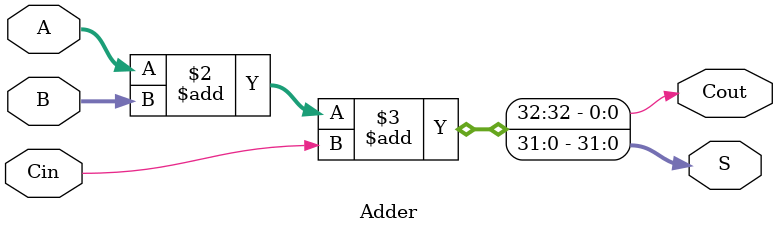
<source format=v>
`timescale 1ns / 1ps


module Adder #(
        parameter N = 32
    ) (
        A,
        B,
        Cin,
        Cout,
        S
    );
    
    input [N-1:0] A;
    input [N-1:0] B;
    input Cin;
    
    output reg Cout;
    output reg [N-1:0] S;
    
    always @(A, B, Cin) begin
        {Cout, S} = A + B + Cin;
    end
endmodule

</source>
